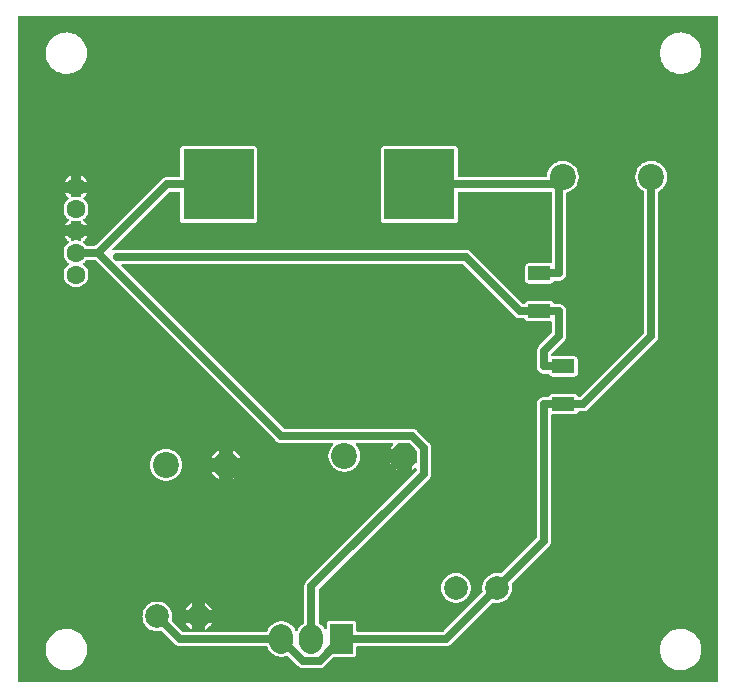
<source format=gtl>
G04 Layer: TopLayer*
G04 EasyEDA v6.4.20.6, 2021-07-19T19:11:35--4:00*
G04 e84b6f659e4c45e888895c734b18603a,91999b56e5bf4a9c8a3ad43c56598434,10*
G04 Gerber Generator version 0.2*
G04 Scale: 100 percent, Rotated: No, Reflected: No *
G04 Dimensions in millimeters *
G04 leading zeros omitted , absolute positions ,4 integer and 5 decimal *
%FSLAX45Y45*%
%MOMM*%

%ADD11C,0.7000*%
%ADD12C,0.6100*%
%ADD13R,1.9000X1.2000*%
%ADD14R,6.0000X6.0000*%
%ADD15C,2.2000*%
%ADD17C,1.6000*%
%ADD18C,2.0000*%

%LPD*%
G36*
X-103885Y673354D02*
G01*
X-107797Y674116D01*
X-111048Y676351D01*
X-113283Y679602D01*
X-114046Y683514D01*
X-114046Y6303975D01*
X-113283Y6307886D01*
X-111048Y6311188D01*
X-107797Y6313373D01*
X-103885Y6314135D01*
X5806186Y6314135D01*
X5810097Y6313373D01*
X5813348Y6311188D01*
X5815584Y6307886D01*
X5816346Y6303975D01*
X5816346Y683514D01*
X5815584Y679602D01*
X5813348Y676351D01*
X5810097Y674116D01*
X5806186Y673354D01*
G37*

%LPC*%
G36*
X304546Y774395D02*
G01*
X322529Y775817D01*
X340360Y779068D01*
X357682Y784098D01*
X374446Y790905D01*
X390398Y799439D01*
X405434Y809498D01*
X419303Y821080D01*
X431952Y834034D01*
X443128Y848207D01*
X452882Y863498D01*
X460959Y879652D01*
X467309Y896569D01*
X471932Y914095D01*
X474726Y931926D01*
X475640Y950010D01*
X474726Y968044D01*
X471932Y985926D01*
X467309Y1003401D01*
X460959Y1020318D01*
X452882Y1036523D01*
X443128Y1051763D01*
X431952Y1065936D01*
X419303Y1078890D01*
X405434Y1090472D01*
X390398Y1100582D01*
X374446Y1109065D01*
X357682Y1115872D01*
X340360Y1120952D01*
X322529Y1124204D01*
X304546Y1125575D01*
X286461Y1125118D01*
X268528Y1122781D01*
X250901Y1118666D01*
X233832Y1112723D01*
X217474Y1105052D01*
X201930Y1095705D01*
X187502Y1084884D01*
X174193Y1072591D01*
X162255Y1059027D01*
X151790Y1044244D01*
X142900Y1028547D01*
X135636Y1011936D01*
X130149Y994714D01*
X126441Y977036D01*
X124612Y959053D01*
X124612Y940968D01*
X126441Y922985D01*
X130149Y905256D01*
X135636Y888034D01*
X142900Y871474D01*
X151790Y855726D01*
X162255Y840994D01*
X174193Y827430D01*
X187502Y815136D01*
X201930Y804265D01*
X217474Y794969D01*
X233832Y787298D01*
X250901Y781354D01*
X268528Y777189D01*
X286461Y774903D01*
G37*
G36*
X5504535Y774395D02*
G01*
X5522569Y775817D01*
X5540349Y779068D01*
X5557723Y784098D01*
X5574436Y790905D01*
X5590438Y799439D01*
X5605424Y809498D01*
X5619292Y821080D01*
X5631942Y834034D01*
X5643168Y848207D01*
X5652871Y863498D01*
X5660948Y879652D01*
X5667298Y896569D01*
X5671921Y914095D01*
X5674715Y931926D01*
X5675630Y950010D01*
X5674715Y968044D01*
X5671921Y985926D01*
X5667298Y1003401D01*
X5660948Y1020318D01*
X5652871Y1036523D01*
X5643168Y1051763D01*
X5631942Y1065936D01*
X5619292Y1078890D01*
X5605424Y1090472D01*
X5590438Y1100582D01*
X5574436Y1109065D01*
X5557723Y1115872D01*
X5540349Y1120952D01*
X5522569Y1124204D01*
X5504535Y1125575D01*
X5486450Y1125118D01*
X5468518Y1122781D01*
X5450890Y1118666D01*
X5433822Y1112723D01*
X5417464Y1105052D01*
X5401970Y1095705D01*
X5387492Y1084884D01*
X5374233Y1072591D01*
X5362295Y1059027D01*
X5351780Y1044244D01*
X5342890Y1028547D01*
X5335625Y1011936D01*
X5330139Y994714D01*
X5326430Y977036D01*
X5324602Y959053D01*
X5324602Y940968D01*
X5326430Y922985D01*
X5330139Y905256D01*
X5335625Y888034D01*
X5342890Y871474D01*
X5351780Y855726D01*
X5362295Y840994D01*
X5374233Y827430D01*
X5387492Y815136D01*
X5401970Y804265D01*
X5417464Y794969D01*
X5433822Y787298D01*
X5450890Y781354D01*
X5468518Y777189D01*
X5486450Y774903D01*
G37*
G36*
X2307132Y794816D02*
G01*
X2442667Y794816D01*
X2450693Y795324D01*
X2460498Y797407D01*
X2462479Y798017D01*
X2469794Y801065D01*
X2471674Y802030D01*
X2480056Y807466D01*
X2486101Y812800D01*
X2561031Y887780D01*
X2564333Y889965D01*
X2568244Y890727D01*
X2728315Y890727D01*
X2734614Y891438D01*
X2739999Y893368D01*
X2744876Y896416D01*
X2748889Y900430D01*
X2751937Y905306D01*
X2753868Y910691D01*
X2754579Y916990D01*
X2754579Y970584D01*
X2755341Y974496D01*
X2757525Y977747D01*
X2760827Y979982D01*
X2764688Y980744D01*
X3514801Y980744D01*
X3522827Y981252D01*
X3532632Y983335D01*
X3534613Y983945D01*
X3541928Y986993D01*
X3543808Y987958D01*
X3552190Y993394D01*
X3558235Y998728D01*
X3907891Y1348384D01*
X3910533Y1350314D01*
X3913632Y1351280D01*
X3916883Y1351229D01*
X3931767Y1348486D01*
X3946906Y1347571D01*
X3962044Y1348486D01*
X3976979Y1351229D01*
X3991457Y1355750D01*
X4005275Y1361948D01*
X4018279Y1369822D01*
X4030218Y1379169D01*
X4040936Y1389888D01*
X4050284Y1401826D01*
X4058158Y1414830D01*
X4064355Y1428648D01*
X4068876Y1443126D01*
X4071620Y1458061D01*
X4072534Y1473200D01*
X4071620Y1488338D01*
X4068876Y1503222D01*
X4068826Y1506474D01*
X4069791Y1509572D01*
X4071721Y1512214D01*
X4386072Y1826564D01*
X4391406Y1832610D01*
X4396841Y1840992D01*
X4397806Y1842871D01*
X4400854Y1850186D01*
X4403242Y1859940D01*
X4403547Y1861972D01*
X4404055Y1869998D01*
X4404055Y2931871D01*
X4404817Y2935782D01*
X4407052Y2939084D01*
X4410303Y2941269D01*
X4414215Y2942031D01*
X4602937Y2942031D01*
X4609185Y2942742D01*
X4614621Y2944622D01*
X4619447Y2947720D01*
X4623511Y2951734D01*
X4626559Y2956610D01*
X4627829Y2960217D01*
X4629962Y2963773D01*
X4633366Y2966161D01*
X4637430Y2967024D01*
X4673295Y2967024D01*
X4681321Y2967532D01*
X4691126Y2969615D01*
X4693107Y2970225D01*
X4700422Y2973273D01*
X4702302Y2974238D01*
X4710684Y2979674D01*
X4716729Y2985008D01*
X5294376Y3562654D01*
X5299710Y3568700D01*
X5305145Y3577082D01*
X5306110Y3578961D01*
X5309158Y3586276D01*
X5311546Y3596030D01*
X5311851Y3598062D01*
X5312359Y3606088D01*
X5312359Y4825746D01*
X5312968Y4829200D01*
X5314746Y4832299D01*
X5317439Y4834534D01*
X5326329Y4839665D01*
X5338978Y4849114D01*
X5350459Y4859934D01*
X5360568Y4872024D01*
X5369255Y4885182D01*
X5376316Y4899253D01*
X5381752Y4914087D01*
X5385358Y4929428D01*
X5387187Y4945126D01*
X5387187Y4960874D01*
X5385358Y4976571D01*
X5381752Y4991912D01*
X5376316Y5006746D01*
X5369255Y5020818D01*
X5360568Y5033975D01*
X5350459Y5046065D01*
X5338978Y5056886D01*
X5326329Y5066334D01*
X5312664Y5074208D01*
X5298186Y5080457D01*
X5283098Y5084978D01*
X5267553Y5087721D01*
X5251805Y5088636D01*
X5236057Y5087721D01*
X5220512Y5084978D01*
X5205425Y5080457D01*
X5190947Y5074208D01*
X5177282Y5066334D01*
X5164632Y5056886D01*
X5153152Y5046065D01*
X5142992Y5033975D01*
X5134356Y5020818D01*
X5127244Y5006746D01*
X5121859Y4991912D01*
X5118201Y4976571D01*
X5116372Y4960874D01*
X5116372Y4945126D01*
X5118201Y4929428D01*
X5121859Y4914087D01*
X5127244Y4899253D01*
X5134356Y4885182D01*
X5142992Y4872024D01*
X5153152Y4859934D01*
X5164632Y4849114D01*
X5177282Y4839665D01*
X5185968Y4834636D01*
X5188661Y4832400D01*
X5190439Y4829302D01*
X5191048Y4825847D01*
X5191048Y3635095D01*
X5190286Y3631234D01*
X5188051Y3627932D01*
X4651451Y3091332D01*
X4648149Y3089097D01*
X4644288Y3088335D01*
X4637430Y3088335D01*
X4633366Y3089198D01*
X4629962Y3091586D01*
X4627829Y3095142D01*
X4626559Y3098800D01*
X4623511Y3103676D01*
X4619447Y3107690D01*
X4614621Y3110738D01*
X4609185Y3112668D01*
X4602937Y3113379D01*
X4414062Y3113379D01*
X4407814Y3112668D01*
X4402378Y3110738D01*
X4397552Y3107690D01*
X4393488Y3103676D01*
X4390440Y3098800D01*
X4389170Y3095142D01*
X4387037Y3091586D01*
X4383633Y3089198D01*
X4379569Y3088335D01*
X4343603Y3088335D01*
X4338370Y3088132D01*
X4333443Y3087522D01*
X4328515Y3086455D01*
X4323689Y3085033D01*
X4319016Y3083204D01*
X4314545Y3081020D01*
X4310227Y3078429D01*
X4306163Y3075533D01*
X4302302Y3072282D01*
X4298797Y3068777D01*
X4295546Y3064916D01*
X4292650Y3060852D01*
X4290060Y3056534D01*
X4287875Y3052064D01*
X4286046Y3047390D01*
X4284624Y3042564D01*
X4283557Y3037636D01*
X4282948Y3032709D01*
X4282744Y3027476D01*
X4282744Y1899005D01*
X4281982Y1895144D01*
X4279747Y1891842D01*
X3985920Y1598015D01*
X3983278Y1596085D01*
X3980179Y1595120D01*
X3976928Y1595170D01*
X3962044Y1597914D01*
X3946906Y1598828D01*
X3931767Y1597914D01*
X3916832Y1595170D01*
X3902354Y1590649D01*
X3888536Y1584452D01*
X3875532Y1576578D01*
X3863594Y1567230D01*
X3852875Y1556512D01*
X3843528Y1544574D01*
X3835654Y1531569D01*
X3829405Y1517751D01*
X3824935Y1503273D01*
X3822192Y1488338D01*
X3821277Y1473200D01*
X3822192Y1458061D01*
X3824884Y1443177D01*
X3824986Y1439926D01*
X3824020Y1436827D01*
X3822090Y1434185D01*
X3492957Y1105052D01*
X3489655Y1102817D01*
X3485794Y1102055D01*
X2764688Y1102055D01*
X2760827Y1102817D01*
X2757525Y1105052D01*
X2755341Y1108303D01*
X2754579Y1112215D01*
X2754579Y1165809D01*
X2753868Y1172108D01*
X2751937Y1177493D01*
X2748889Y1182370D01*
X2744876Y1186383D01*
X2739999Y1189431D01*
X2734614Y1191361D01*
X2728315Y1192072D01*
X2529484Y1192072D01*
X2523185Y1191361D01*
X2517800Y1189431D01*
X2512923Y1186383D01*
X2508910Y1182370D01*
X2505862Y1177493D01*
X2503932Y1172108D01*
X2503271Y1165809D01*
X2503271Y1132941D01*
X2502306Y1128674D01*
X2499664Y1125220D01*
X2495804Y1123137D01*
X2491435Y1122934D01*
X2487422Y1124508D01*
X2484374Y1127709D01*
X2478278Y1137767D01*
X2468930Y1149705D01*
X2458212Y1160424D01*
X2446274Y1169771D01*
X2440482Y1173327D01*
X2437841Y1175562D01*
X2436164Y1178610D01*
X2435555Y1182014D01*
X2435555Y1457096D01*
X2436317Y1460957D01*
X2438552Y1464259D01*
X3370072Y2395778D01*
X3375406Y2401824D01*
X3380841Y2410206D01*
X3381806Y2412085D01*
X3384854Y2419400D01*
X3387242Y2429154D01*
X3387547Y2431186D01*
X3388055Y2439212D01*
X3388055Y2659583D01*
X3387547Y2667609D01*
X3385464Y2677414D01*
X3384854Y2679395D01*
X3381806Y2686710D01*
X3380841Y2688590D01*
X3375406Y2696972D01*
X3370072Y2703017D01*
X3270199Y2802890D01*
X3264153Y2808224D01*
X3255772Y2813659D01*
X3253892Y2814624D01*
X3246577Y2817672D01*
X3236823Y2820060D01*
X3234791Y2820365D01*
X3226765Y2820873D01*
X2149449Y2820873D01*
X2145588Y2821635D01*
X2142286Y2823870D01*
X768299Y4197858D01*
X766114Y4201109D01*
X765302Y4205020D01*
X766114Y4208932D01*
X768299Y4212183D01*
X771601Y4214418D01*
X775462Y4215180D01*
X3650132Y4215180D01*
X3653993Y4214418D01*
X3657295Y4212183D01*
X4097070Y3772408D01*
X4103115Y3767074D01*
X4111498Y3761638D01*
X4113377Y3760673D01*
X4120692Y3757625D01*
X4130446Y3755237D01*
X4132478Y3754932D01*
X4140504Y3754424D01*
X4176369Y3754424D01*
X4180433Y3753561D01*
X4183837Y3751173D01*
X4185970Y3747617D01*
X4187240Y3744010D01*
X4190288Y3739134D01*
X4194352Y3735120D01*
X4199178Y3732022D01*
X4204614Y3730142D01*
X4210862Y3729431D01*
X4399584Y3729431D01*
X4403496Y3728669D01*
X4406747Y3726484D01*
X4408982Y3723182D01*
X4409744Y3719271D01*
X4409744Y3634079D01*
X4408982Y3630218D01*
X4406747Y3626916D01*
X4300728Y3520897D01*
X4295394Y3514851D01*
X4289958Y3506470D01*
X4288993Y3504590D01*
X4285945Y3497275D01*
X4283557Y3487521D01*
X4283252Y3485489D01*
X4282744Y3477463D01*
X4282744Y3347923D01*
X4282948Y3342690D01*
X4283557Y3337763D01*
X4284624Y3332835D01*
X4286046Y3328009D01*
X4287875Y3323336D01*
X4290060Y3318865D01*
X4292650Y3314547D01*
X4295546Y3310483D01*
X4298797Y3306622D01*
X4302302Y3303117D01*
X4306163Y3299866D01*
X4310227Y3296970D01*
X4314545Y3294379D01*
X4319016Y3292195D01*
X4323689Y3290366D01*
X4328515Y3288944D01*
X4333443Y3287877D01*
X4338370Y3287268D01*
X4343603Y3287064D01*
X4379569Y3287064D01*
X4383633Y3286201D01*
X4387037Y3283813D01*
X4389170Y3280257D01*
X4390440Y3276600D01*
X4393488Y3271774D01*
X4397552Y3267710D01*
X4402378Y3264662D01*
X4407814Y3262782D01*
X4414062Y3262071D01*
X4602937Y3262071D01*
X4609185Y3262782D01*
X4614621Y3264662D01*
X4619447Y3267710D01*
X4623511Y3271774D01*
X4626559Y3276600D01*
X4628438Y3282035D01*
X4629150Y3288284D01*
X4629150Y3407156D01*
X4628438Y3413404D01*
X4626559Y3418789D01*
X4623511Y3423665D01*
X4619447Y3427729D01*
X4614621Y3430778D01*
X4609185Y3432657D01*
X4602937Y3433368D01*
X4414215Y3433368D01*
X4410303Y3434130D01*
X4407052Y3436315D01*
X4404817Y3439617D01*
X4404055Y3443528D01*
X4404055Y3448456D01*
X4404817Y3452317D01*
X4407052Y3455619D01*
X4513072Y3561638D01*
X4518406Y3567684D01*
X4523841Y3576065D01*
X4524806Y3577945D01*
X4527854Y3585260D01*
X4530242Y3595014D01*
X4530547Y3597046D01*
X4531055Y3605072D01*
X4531055Y3814876D01*
X4530852Y3820109D01*
X4530242Y3825036D01*
X4529175Y3829964D01*
X4527753Y3834790D01*
X4525924Y3839464D01*
X4523740Y3843934D01*
X4521149Y3848252D01*
X4518253Y3852316D01*
X4515002Y3856177D01*
X4511497Y3859682D01*
X4507636Y3862933D01*
X4503572Y3865829D01*
X4499254Y3868420D01*
X4494784Y3870604D01*
X4490110Y3872433D01*
X4485284Y3873855D01*
X4480356Y3874922D01*
X4475429Y3875532D01*
X4470196Y3875735D01*
X4434230Y3875735D01*
X4430166Y3876598D01*
X4426762Y3878986D01*
X4424629Y3882542D01*
X4423359Y3886200D01*
X4420311Y3891076D01*
X4416247Y3895090D01*
X4411421Y3898137D01*
X4405985Y3900068D01*
X4399737Y3900779D01*
X4210862Y3900779D01*
X4204614Y3900068D01*
X4199178Y3898137D01*
X4194352Y3895090D01*
X4190288Y3891076D01*
X4187240Y3886200D01*
X4185970Y3882542D01*
X4183837Y3878986D01*
X4180433Y3876598D01*
X4176369Y3875735D01*
X4169511Y3875735D01*
X4165650Y3876497D01*
X4162348Y3878732D01*
X3722573Y4318508D01*
X3716528Y4323842D01*
X3708146Y4329277D01*
X3706266Y4330242D01*
X3698951Y4333290D01*
X3689197Y4335678D01*
X3687165Y4335983D01*
X3679139Y4336491D01*
X727100Y4336491D01*
X716737Y4335627D01*
X707034Y4333189D01*
X703986Y4331868D01*
X700074Y4331004D01*
X696163Y4331716D01*
X692810Y4333900D01*
X690575Y4337202D01*
X689762Y4341114D01*
X690524Y4345025D01*
X692708Y4348327D01*
X1170482Y4825847D01*
X1173784Y4828082D01*
X1177645Y4828844D01*
X1252575Y4828844D01*
X1256487Y4828082D01*
X1259789Y4825847D01*
X1261973Y4822596D01*
X1262735Y4818684D01*
X1262735Y4590084D01*
X1263446Y4583785D01*
X1265326Y4578400D01*
X1268374Y4573524D01*
X1272438Y4569510D01*
X1277315Y4566462D01*
X1282700Y4564532D01*
X1288948Y4563821D01*
X1887829Y4563821D01*
X1894078Y4564532D01*
X1899513Y4566462D01*
X1904339Y4569510D01*
X1908403Y4573524D01*
X1911451Y4578400D01*
X1913331Y4583785D01*
X1914042Y4590084D01*
X1914042Y5188915D01*
X1913331Y5195214D01*
X1911451Y5200599D01*
X1908403Y5205476D01*
X1904339Y5209489D01*
X1899513Y5212537D01*
X1894078Y5214467D01*
X1887829Y5215128D01*
X1288948Y5215128D01*
X1282700Y5214467D01*
X1277315Y5212537D01*
X1272438Y5209489D01*
X1268374Y5205476D01*
X1265326Y5200599D01*
X1263446Y5195214D01*
X1262735Y5188915D01*
X1262735Y4960315D01*
X1261973Y4956403D01*
X1259789Y4953152D01*
X1256487Y4950917D01*
X1252575Y4950155D01*
X1148638Y4950155D01*
X1140663Y4949647D01*
X1138580Y4949342D01*
X1130858Y4947564D01*
X1121511Y4943906D01*
X1119632Y4942941D01*
X1111250Y4937506D01*
X1105255Y4932172D01*
X547319Y4374540D01*
X544017Y4372305D01*
X540156Y4371543D01*
X472541Y4371543D01*
X468325Y4372457D01*
X464870Y4374997D01*
X455676Y4385513D01*
X444804Y4395063D01*
X442264Y4398467D01*
X441350Y4403902D01*
X442264Y4408119D01*
X444804Y4411573D01*
X455676Y4421124D01*
X464820Y4431487D01*
X472490Y4442968D01*
X475691Y4449470D01*
X427329Y4449470D01*
X427329Y4420565D01*
X426618Y4416806D01*
X424535Y4413554D01*
X421436Y4411319D01*
X417728Y4410405D01*
X413918Y4410913D01*
X408330Y4412843D01*
X394766Y4415536D01*
X381000Y4416450D01*
X367233Y4415536D01*
X353669Y4412843D01*
X348081Y4410913D01*
X344271Y4410405D01*
X340563Y4411319D01*
X337464Y4413554D01*
X335381Y4416806D01*
X334670Y4420565D01*
X334670Y4449470D01*
X286308Y4449470D01*
X289509Y4442968D01*
X297180Y4431487D01*
X306324Y4421124D01*
X317195Y4411573D01*
X319735Y4408119D01*
X320649Y4402683D01*
X319735Y4398467D01*
X317195Y4395063D01*
X306324Y4385513D01*
X297180Y4375099D01*
X289509Y4363618D01*
X283413Y4351223D01*
X278942Y4338116D01*
X276250Y4324604D01*
X275386Y4310786D01*
X276250Y4297019D01*
X278942Y4283456D01*
X283413Y4270400D01*
X289509Y4258005D01*
X297180Y4246473D01*
X306324Y4236110D01*
X317195Y4226560D01*
X319735Y4223105D01*
X320649Y4217670D01*
X319735Y4213504D01*
X317195Y4210050D01*
X306324Y4200499D01*
X297180Y4190085D01*
X289509Y4178604D01*
X283413Y4166209D01*
X278942Y4153154D01*
X276250Y4139590D01*
X275386Y4125823D01*
X276250Y4112006D01*
X278942Y4098442D01*
X283413Y4085386D01*
X289509Y4072991D01*
X297180Y4061510D01*
X306324Y4051096D01*
X316687Y4042003D01*
X328168Y4034332D01*
X340563Y4028186D01*
X353669Y4023766D01*
X367233Y4021074D01*
X381000Y4020159D01*
X394766Y4021074D01*
X408330Y4023766D01*
X421436Y4028186D01*
X433832Y4034332D01*
X445312Y4042003D01*
X455676Y4051096D01*
X464820Y4061510D01*
X472490Y4072991D01*
X478586Y4085386D01*
X483057Y4098442D01*
X485749Y4112006D01*
X486613Y4125823D01*
X485749Y4139590D01*
X483057Y4153154D01*
X478586Y4166209D01*
X472490Y4178604D01*
X464820Y4190085D01*
X455676Y4200499D01*
X444804Y4210050D01*
X442264Y4213504D01*
X441350Y4218940D01*
X442264Y4223105D01*
X444804Y4226560D01*
X455676Y4236110D01*
X465023Y4246778D01*
X468477Y4249318D01*
X472693Y4250232D01*
X540156Y4250232D01*
X544017Y4249470D01*
X547319Y4247235D01*
X2077008Y2717546D01*
X2083054Y2712212D01*
X2091436Y2706776D01*
X2093315Y2705811D01*
X2100630Y2702763D01*
X2110384Y2700375D01*
X2112416Y2700070D01*
X2120442Y2699562D01*
X2547010Y2699562D01*
X2550769Y2698851D01*
X2553970Y2696768D01*
X2556205Y2693720D01*
X2557170Y2690012D01*
X2556662Y2686202D01*
X2554782Y2682849D01*
X2545486Y2671775D01*
X2536850Y2658618D01*
X2529738Y2644546D01*
X2524353Y2629712D01*
X2520746Y2614371D01*
X2518918Y2598674D01*
X2518918Y2582926D01*
X2520746Y2567228D01*
X2524353Y2551887D01*
X2529738Y2537053D01*
X2536850Y2522982D01*
X2545486Y2509824D01*
X2555646Y2497734D01*
X2567127Y2486914D01*
X2579776Y2477465D01*
X2593441Y2469591D01*
X2607919Y2463342D01*
X2623007Y2458821D01*
X2638552Y2456078D01*
X2654300Y2455164D01*
X2670048Y2456078D01*
X2685592Y2458821D01*
X2700680Y2463342D01*
X2715158Y2469591D01*
X2728823Y2477465D01*
X2741472Y2486914D01*
X2752953Y2497734D01*
X2763113Y2509824D01*
X2771749Y2522982D01*
X2778861Y2537053D01*
X2784246Y2551887D01*
X2787853Y2567228D01*
X2789682Y2582926D01*
X2789682Y2598674D01*
X2787853Y2614371D01*
X2784246Y2629712D01*
X2778861Y2644546D01*
X2771749Y2658618D01*
X2763113Y2671775D01*
X2753817Y2682849D01*
X2751937Y2686202D01*
X2751429Y2690012D01*
X2752394Y2693720D01*
X2754630Y2696768D01*
X2757830Y2698851D01*
X2761589Y2699562D01*
X3055010Y2699562D01*
X3058769Y2698851D01*
X3061970Y2696768D01*
X3064205Y2693720D01*
X3065170Y2690012D01*
X3064662Y2686202D01*
X3062782Y2682849D01*
X3053486Y2671775D01*
X3044850Y2658618D01*
X3041599Y2652166D01*
X3100933Y2652166D01*
X3100933Y2689402D01*
X3101746Y2693314D01*
X3103930Y2696565D01*
X3107232Y2698800D01*
X3111093Y2699562D01*
X3197758Y2699562D01*
X3201619Y2698800D01*
X3204921Y2696565D01*
X3220669Y2680817D01*
X3222853Y2677515D01*
X3223666Y2673654D01*
X3223666Y2652166D01*
X3245154Y2652166D01*
X3249015Y2651353D01*
X3252317Y2649169D01*
X3263747Y2637739D01*
X3265982Y2634437D01*
X3266744Y2630576D01*
X3266744Y2539593D01*
X3265982Y2535732D01*
X3263747Y2532430D01*
X3260496Y2530246D01*
X3256584Y2529433D01*
X3223666Y2529433D01*
X3223666Y2469845D01*
X3236823Y2477465D01*
X3249625Y2487015D01*
X3252927Y2489098D01*
X3256788Y2489809D01*
X3260598Y2488946D01*
X3263849Y2486761D01*
X3265982Y2483459D01*
X3266744Y2479649D01*
X3266744Y2468219D01*
X3265982Y2464358D01*
X3263747Y2461056D01*
X2332228Y1529537D01*
X2326894Y1523492D01*
X2321458Y1515110D01*
X2320493Y1513230D01*
X2317445Y1505915D01*
X2315057Y1496161D01*
X2314752Y1494129D01*
X2314244Y1486103D01*
X2314244Y1182014D01*
X2313635Y1178610D01*
X2311958Y1175562D01*
X2309317Y1173327D01*
X2303526Y1169771D01*
X2291588Y1160424D01*
X2280869Y1149705D01*
X2271522Y1137767D01*
X2263648Y1124762D01*
X2257145Y1110386D01*
X2254910Y1107236D01*
X2251659Y1105154D01*
X2247900Y1104392D01*
X2244090Y1105154D01*
X2240838Y1107236D01*
X2238603Y1110386D01*
X2232152Y1124762D01*
X2224278Y1137767D01*
X2214930Y1149705D01*
X2204212Y1160424D01*
X2192274Y1169771D01*
X2179269Y1177645D01*
X2165451Y1183894D01*
X2150973Y1188364D01*
X2136038Y1191107D01*
X2120900Y1192022D01*
X2105761Y1191107D01*
X2090826Y1188364D01*
X2076348Y1183894D01*
X2062530Y1177645D01*
X2049525Y1169771D01*
X2037588Y1160424D01*
X2026869Y1149705D01*
X2017522Y1137767D01*
X2009648Y1124762D01*
X2003450Y1110945D01*
X2002891Y1109167D01*
X2000808Y1105458D01*
X1997354Y1102969D01*
X1993188Y1102055D01*
X1483664Y1102055D01*
X1479397Y1102969D01*
X1475943Y1105611D01*
X1474774Y1107744D01*
X1472996Y1105052D01*
X1469694Y1102817D01*
X1465783Y1102055D01*
X1373428Y1102055D01*
X1369517Y1102817D01*
X1366215Y1105052D01*
X1364386Y1107744D01*
X1363268Y1105611D01*
X1359814Y1102969D01*
X1355547Y1102055D01*
X1289405Y1102055D01*
X1285544Y1102817D01*
X1282242Y1105052D01*
X1194409Y1192885D01*
X1192479Y1195527D01*
X1191514Y1198626D01*
X1191615Y1201877D01*
X1194308Y1216761D01*
X1195222Y1231900D01*
X1194308Y1247038D01*
X1191564Y1261973D01*
X1187094Y1276451D01*
X1180846Y1290269D01*
X1172972Y1303274D01*
X1163624Y1315212D01*
X1152906Y1325930D01*
X1140968Y1335278D01*
X1127963Y1343152D01*
X1114145Y1349349D01*
X1099667Y1353870D01*
X1084732Y1356614D01*
X1069594Y1357528D01*
X1054455Y1356614D01*
X1039520Y1353870D01*
X1025042Y1349349D01*
X1011224Y1343152D01*
X998219Y1335278D01*
X986282Y1325930D01*
X975563Y1315212D01*
X966216Y1303274D01*
X958342Y1290269D01*
X952144Y1276451D01*
X947623Y1261973D01*
X944880Y1247038D01*
X943965Y1231900D01*
X944880Y1216761D01*
X947623Y1201826D01*
X952144Y1187348D01*
X958342Y1173530D01*
X966216Y1160526D01*
X975563Y1148588D01*
X986282Y1137869D01*
X998219Y1128522D01*
X1011224Y1120648D01*
X1025042Y1114450D01*
X1039520Y1109929D01*
X1054455Y1107186D01*
X1069594Y1106271D01*
X1084732Y1107186D01*
X1099616Y1109929D01*
X1102868Y1109980D01*
X1105966Y1109014D01*
X1108608Y1107084D01*
X1216964Y998728D01*
X1223010Y993394D01*
X1231392Y987958D01*
X1233271Y986993D01*
X1240586Y983945D01*
X1250340Y981557D01*
X1252372Y981252D01*
X1260398Y980744D01*
X1993188Y980744D01*
X1997354Y979830D01*
X2000808Y977341D01*
X2002891Y973632D01*
X2003450Y971854D01*
X2009648Y958037D01*
X2017522Y945032D01*
X2026869Y933094D01*
X2037588Y922375D01*
X2049525Y913028D01*
X2062530Y905154D01*
X2076348Y898906D01*
X2090826Y894435D01*
X2105761Y891692D01*
X2120900Y890778D01*
X2136038Y891692D01*
X2150973Y894435D01*
X2165451Y898906D01*
X2167432Y899820D01*
X2171395Y900734D01*
X2175408Y899972D01*
X2178761Y897737D01*
X2263698Y812800D01*
X2269744Y807466D01*
X2278126Y802030D01*
X2280005Y801065D01*
X2287320Y798017D01*
X2297074Y795629D01*
X2299106Y795324D01*
G37*
G36*
X1475943Y1118565D02*
G01*
X1478381Y1120902D01*
X1490980Y1128522D01*
X1502918Y1137869D01*
X1513636Y1148588D01*
X1522984Y1160526D01*
X1530858Y1173530D01*
X1531772Y1175562D01*
X1475943Y1175562D01*
G37*
G36*
X1363268Y1118565D02*
G01*
X1363268Y1175562D01*
X1307439Y1175562D01*
X1308354Y1173530D01*
X1316228Y1160526D01*
X1325575Y1148588D01*
X1336294Y1137869D01*
X1348232Y1128522D01*
X1360779Y1120902D01*
G37*
G36*
X1475943Y1288237D02*
G01*
X1531772Y1288237D01*
X1530858Y1290269D01*
X1522984Y1303274D01*
X1513636Y1315212D01*
X1502918Y1325930D01*
X1490980Y1335278D01*
X1477975Y1343152D01*
X1475943Y1344066D01*
G37*
G36*
X1307439Y1288237D02*
G01*
X1363268Y1288237D01*
X1363268Y1344066D01*
X1361236Y1343152D01*
X1348232Y1335278D01*
X1336294Y1325930D01*
X1325575Y1315212D01*
X1316228Y1303274D01*
X1308354Y1290269D01*
G37*
G36*
X3596894Y1347571D02*
G01*
X3612032Y1348486D01*
X3626967Y1351229D01*
X3641445Y1355750D01*
X3655263Y1361948D01*
X3668268Y1369822D01*
X3680206Y1379169D01*
X3690924Y1389888D01*
X3700272Y1401826D01*
X3708146Y1414830D01*
X3714394Y1428648D01*
X3718864Y1443126D01*
X3721608Y1458061D01*
X3722522Y1473200D01*
X3721608Y1488338D01*
X3718864Y1503273D01*
X3714394Y1517751D01*
X3708146Y1531569D01*
X3700272Y1544574D01*
X3690924Y1556512D01*
X3680206Y1567230D01*
X3668268Y1576578D01*
X3655263Y1584452D01*
X3641445Y1590649D01*
X3626967Y1595170D01*
X3612032Y1597914D01*
X3596894Y1598828D01*
X3581755Y1597914D01*
X3566820Y1595170D01*
X3552342Y1590649D01*
X3538524Y1584452D01*
X3525520Y1576578D01*
X3513582Y1567230D01*
X3502863Y1556512D01*
X3493515Y1544574D01*
X3485642Y1531569D01*
X3479444Y1517751D01*
X3474923Y1503273D01*
X3472179Y1488338D01*
X3471265Y1473200D01*
X3472179Y1458061D01*
X3474923Y1443126D01*
X3479444Y1428648D01*
X3485642Y1414830D01*
X3493515Y1401826D01*
X3502863Y1389888D01*
X3513582Y1379169D01*
X3525520Y1369822D01*
X3538524Y1361948D01*
X3552342Y1355750D01*
X3566820Y1351229D01*
X3581755Y1348486D01*
G37*
G36*
X1143000Y2378964D02*
G01*
X1158748Y2379878D01*
X1174292Y2382621D01*
X1189380Y2387142D01*
X1203858Y2393391D01*
X1217523Y2401265D01*
X1230172Y2410714D01*
X1241653Y2421534D01*
X1251813Y2433624D01*
X1260449Y2446782D01*
X1267561Y2460853D01*
X1272946Y2475687D01*
X1276553Y2491028D01*
X1278382Y2506726D01*
X1278382Y2522474D01*
X1276553Y2538171D01*
X1272946Y2553512D01*
X1267561Y2568346D01*
X1260449Y2582418D01*
X1251813Y2595575D01*
X1241653Y2607665D01*
X1230172Y2618486D01*
X1217523Y2627934D01*
X1203858Y2635808D01*
X1189380Y2642057D01*
X1174292Y2646578D01*
X1158748Y2649321D01*
X1143000Y2650236D01*
X1127252Y2649321D01*
X1111707Y2646578D01*
X1096619Y2642057D01*
X1082141Y2635808D01*
X1068476Y2627934D01*
X1055827Y2618486D01*
X1044346Y2607665D01*
X1034186Y2595575D01*
X1025550Y2582418D01*
X1018438Y2568346D01*
X1013053Y2553512D01*
X1009446Y2538171D01*
X1007618Y2522474D01*
X1007618Y2506726D01*
X1009446Y2491028D01*
X1013053Y2475687D01*
X1018438Y2460853D01*
X1025550Y2446782D01*
X1034186Y2433624D01*
X1044346Y2421534D01*
X1055827Y2410714D01*
X1068476Y2401265D01*
X1082141Y2393391D01*
X1096619Y2387142D01*
X1111707Y2382621D01*
X1127252Y2379878D01*
G37*
G36*
X1589633Y2393645D02*
G01*
X1589633Y2453233D01*
X1530299Y2453233D01*
X1533550Y2446782D01*
X1542186Y2433624D01*
X1552346Y2421534D01*
X1563827Y2410714D01*
X1576476Y2401265D01*
G37*
G36*
X1712366Y2393645D02*
G01*
X1725523Y2401265D01*
X1738172Y2410714D01*
X1749653Y2421534D01*
X1759813Y2433624D01*
X1768449Y2446782D01*
X1771700Y2453233D01*
X1712366Y2453233D01*
G37*
G36*
X3100933Y2469845D02*
G01*
X3100933Y2529433D01*
X3041599Y2529433D01*
X3044850Y2522982D01*
X3053486Y2509824D01*
X3063646Y2497734D01*
X3075127Y2486914D01*
X3087776Y2477465D01*
G37*
G36*
X1712366Y2575966D02*
G01*
X1771700Y2575966D01*
X1768449Y2582418D01*
X1759813Y2595575D01*
X1749653Y2607665D01*
X1738172Y2618486D01*
X1725523Y2627934D01*
X1712366Y2635554D01*
G37*
G36*
X1530299Y2575966D02*
G01*
X1589633Y2575966D01*
X1589633Y2635554D01*
X1576476Y2627934D01*
X1563827Y2618486D01*
X1552346Y2607665D01*
X1542186Y2595575D01*
X1533550Y2582418D01*
G37*
G36*
X4210862Y4049471D02*
G01*
X4399737Y4049471D01*
X4405985Y4050182D01*
X4411421Y4052062D01*
X4416247Y4055110D01*
X4420311Y4059174D01*
X4423359Y4064000D01*
X4424629Y4067657D01*
X4426762Y4071213D01*
X4430166Y4073601D01*
X4434230Y4074464D01*
X4470196Y4074464D01*
X4475429Y4074668D01*
X4480356Y4075277D01*
X4485284Y4076344D01*
X4490110Y4077766D01*
X4494784Y4079595D01*
X4499254Y4081779D01*
X4503572Y4084370D01*
X4507636Y4087266D01*
X4511497Y4090517D01*
X4515002Y4094022D01*
X4518253Y4097883D01*
X4521149Y4101947D01*
X4523740Y4106265D01*
X4525924Y4110736D01*
X4527753Y4115409D01*
X4529175Y4120235D01*
X4530242Y4125163D01*
X4530852Y4130090D01*
X4531055Y4135323D01*
X4531055Y4812842D01*
X4531969Y4817059D01*
X4534509Y4820513D01*
X4538319Y4822596D01*
X4548174Y4825542D01*
X4562652Y4831791D01*
X4576318Y4839665D01*
X4588967Y4849114D01*
X4600448Y4859934D01*
X4610608Y4872024D01*
X4619244Y4885182D01*
X4626356Y4899253D01*
X4631740Y4914087D01*
X4635398Y4929428D01*
X4637227Y4945126D01*
X4637227Y4960874D01*
X4635398Y4976571D01*
X4631740Y4991912D01*
X4626356Y5006746D01*
X4619244Y5020818D01*
X4610608Y5033975D01*
X4600448Y5046065D01*
X4588967Y5056886D01*
X4576318Y5066334D01*
X4562652Y5074208D01*
X4548174Y5080457D01*
X4533087Y5084978D01*
X4517542Y5087721D01*
X4501794Y5088636D01*
X4486046Y5087721D01*
X4470501Y5084978D01*
X4455414Y5080457D01*
X4440936Y5074208D01*
X4427270Y5066334D01*
X4414621Y5056886D01*
X4403140Y5046065D01*
X4392980Y5033975D01*
X4384344Y5020818D01*
X4377283Y5006746D01*
X4371848Y4991912D01*
X4368241Y4976571D01*
X4366412Y4960315D01*
X4365599Y4956403D01*
X4363415Y4953152D01*
X4360113Y4950917D01*
X4356252Y4950155D01*
X3624224Y4950155D01*
X3620312Y4950917D01*
X3617010Y4953152D01*
X3614826Y4956403D01*
X3614064Y4960315D01*
X3614064Y5188915D01*
X3613353Y5195214D01*
X3611473Y5200599D01*
X3608425Y5205476D01*
X3604361Y5209489D01*
X3599484Y5212537D01*
X3594100Y5214467D01*
X3587851Y5215128D01*
X2988970Y5215128D01*
X2982722Y5214467D01*
X2977286Y5212537D01*
X2972460Y5209489D01*
X2968396Y5205476D01*
X2965348Y5200599D01*
X2963468Y5195214D01*
X2962757Y5188915D01*
X2962757Y4590084D01*
X2963468Y4583785D01*
X2965348Y4578400D01*
X2968396Y4573524D01*
X2972460Y4569510D01*
X2977286Y4566462D01*
X2982722Y4564532D01*
X2988970Y4563821D01*
X3587851Y4563821D01*
X3594100Y4564532D01*
X3599484Y4566462D01*
X3604361Y4569510D01*
X3608425Y4573524D01*
X3611473Y4578400D01*
X3613353Y4583785D01*
X3614064Y4590084D01*
X3614064Y4818684D01*
X3614826Y4822596D01*
X3617010Y4825847D01*
X3620312Y4828082D01*
X3624224Y4828844D01*
X4399584Y4828844D01*
X4403496Y4828082D01*
X4406747Y4825847D01*
X4408982Y4822596D01*
X4409744Y4818684D01*
X4409744Y4230928D01*
X4408982Y4227017D01*
X4406747Y4223715D01*
X4403496Y4221530D01*
X4399584Y4220768D01*
X4210862Y4220768D01*
X4204614Y4220057D01*
X4199178Y4218178D01*
X4194352Y4215130D01*
X4190288Y4211066D01*
X4187240Y4206189D01*
X4185361Y4200804D01*
X4184650Y4194556D01*
X4184650Y4075684D01*
X4185361Y4069435D01*
X4187240Y4064000D01*
X4190288Y4059174D01*
X4194352Y4055110D01*
X4199178Y4052062D01*
X4204614Y4050182D01*
G37*
G36*
X286308Y4542129D02*
G01*
X334670Y4542129D01*
X334670Y4571034D01*
X335381Y4574794D01*
X337464Y4578045D01*
X340563Y4580280D01*
X344271Y4581194D01*
X348081Y4580686D01*
X353669Y4578756D01*
X367233Y4576064D01*
X381000Y4575149D01*
X394766Y4576064D01*
X408330Y4578756D01*
X413918Y4580686D01*
X417728Y4581194D01*
X421436Y4580280D01*
X424535Y4578045D01*
X426618Y4574794D01*
X427329Y4571034D01*
X427329Y4542129D01*
X475691Y4542129D01*
X472490Y4548632D01*
X464820Y4560112D01*
X455676Y4570476D01*
X444804Y4580026D01*
X442264Y4583480D01*
X441350Y4588916D01*
X442264Y4593132D01*
X444804Y4596536D01*
X455676Y4606086D01*
X464820Y4616500D01*
X472490Y4627981D01*
X478586Y4640376D01*
X483057Y4653483D01*
X485749Y4666996D01*
X486613Y4680813D01*
X485749Y4694580D01*
X483057Y4708144D01*
X478586Y4721199D01*
X472490Y4733594D01*
X464820Y4745126D01*
X455676Y4755489D01*
X444804Y4765040D01*
X442264Y4768494D01*
X441350Y4773930D01*
X442264Y4778095D01*
X444804Y4781550D01*
X455676Y4791100D01*
X464820Y4801514D01*
X472490Y4812995D01*
X475691Y4819446D01*
X427329Y4819446D01*
X427329Y4790541D01*
X426618Y4786782D01*
X424535Y4783582D01*
X421436Y4781346D01*
X417728Y4780432D01*
X413918Y4780940D01*
X408330Y4782820D01*
X394766Y4785512D01*
X381000Y4786426D01*
X367233Y4785512D01*
X353669Y4782820D01*
X348081Y4780940D01*
X344271Y4780432D01*
X340563Y4781346D01*
X337464Y4783582D01*
X335381Y4786782D01*
X334670Y4790541D01*
X334670Y4819446D01*
X286308Y4819446D01*
X289509Y4812995D01*
X297180Y4801514D01*
X306324Y4791100D01*
X317195Y4781550D01*
X319735Y4778095D01*
X320649Y4772660D01*
X319735Y4768494D01*
X317195Y4765040D01*
X306324Y4755489D01*
X297180Y4745126D01*
X289509Y4733594D01*
X283413Y4721199D01*
X278942Y4708144D01*
X276250Y4694580D01*
X275386Y4680813D01*
X276250Y4666996D01*
X278942Y4653483D01*
X283413Y4640376D01*
X289509Y4627981D01*
X297180Y4616500D01*
X306324Y4606086D01*
X317195Y4596536D01*
X319735Y4593132D01*
X320649Y4587697D01*
X319735Y4583480D01*
X317195Y4580026D01*
X306324Y4570476D01*
X297180Y4560112D01*
X289509Y4548632D01*
G37*
G36*
X286308Y4912156D02*
G01*
X334670Y4912156D01*
X334670Y4960467D01*
X328168Y4957267D01*
X316687Y4949596D01*
X306324Y4940503D01*
X297180Y4930089D01*
X289509Y4918608D01*
G37*
G36*
X427329Y4912156D02*
G01*
X475691Y4912156D01*
X472490Y4918608D01*
X464820Y4930089D01*
X455676Y4940503D01*
X445312Y4949596D01*
X433832Y4957267D01*
X427329Y4960467D01*
G37*
G36*
X304546Y5824423D02*
G01*
X322529Y5825794D01*
X340360Y5829046D01*
X357682Y5834126D01*
X374446Y5840933D01*
X390398Y5849416D01*
X405434Y5859526D01*
X419303Y5871108D01*
X431952Y5884062D01*
X443128Y5898235D01*
X452882Y5913475D01*
X460959Y5929680D01*
X467309Y5946597D01*
X471932Y5964072D01*
X474726Y5981954D01*
X475640Y5999988D01*
X474726Y6018072D01*
X471932Y6035903D01*
X467309Y6053429D01*
X460959Y6070346D01*
X452882Y6086500D01*
X443128Y6101791D01*
X431952Y6115964D01*
X419303Y6128918D01*
X405434Y6140500D01*
X390398Y6150559D01*
X374446Y6159093D01*
X357682Y6165900D01*
X340360Y6170930D01*
X322529Y6174181D01*
X304546Y6175603D01*
X286461Y6175095D01*
X268528Y6172809D01*
X250901Y6168644D01*
X233832Y6162700D01*
X217474Y6155029D01*
X201930Y6145733D01*
X187502Y6134862D01*
X174193Y6122568D01*
X162255Y6109004D01*
X151790Y6094272D01*
X142900Y6078524D01*
X135636Y6061964D01*
X130149Y6044742D01*
X126441Y6027013D01*
X124612Y6009030D01*
X124612Y5990945D01*
X126441Y5972962D01*
X130149Y5955284D01*
X135636Y5938062D01*
X142900Y5921451D01*
X151790Y5905754D01*
X162255Y5890971D01*
X174193Y5877407D01*
X187502Y5865114D01*
X201930Y5854293D01*
X217474Y5844946D01*
X233832Y5837275D01*
X250901Y5831382D01*
X268528Y5827217D01*
X286461Y5824880D01*
G37*
G36*
X5504535Y5824423D02*
G01*
X5522569Y5825794D01*
X5540349Y5829046D01*
X5557723Y5834126D01*
X5574436Y5840933D01*
X5590438Y5849416D01*
X5605424Y5859526D01*
X5619292Y5871108D01*
X5631942Y5884062D01*
X5643168Y5898235D01*
X5652871Y5913475D01*
X5660948Y5929680D01*
X5667298Y5946597D01*
X5671921Y5964072D01*
X5674715Y5981954D01*
X5675630Y5999988D01*
X5674715Y6018072D01*
X5671921Y6035903D01*
X5667298Y6053429D01*
X5660948Y6070346D01*
X5652871Y6086500D01*
X5643168Y6101791D01*
X5631942Y6115964D01*
X5619292Y6128918D01*
X5605424Y6140500D01*
X5590438Y6150559D01*
X5574436Y6159093D01*
X5557723Y6165900D01*
X5540349Y6170930D01*
X5522569Y6174181D01*
X5504535Y6175603D01*
X5486450Y6175095D01*
X5468518Y6172809D01*
X5450890Y6168644D01*
X5433822Y6162700D01*
X5417464Y6155029D01*
X5401970Y6145733D01*
X5387492Y6134862D01*
X5374233Y6122568D01*
X5362295Y6109004D01*
X5351780Y6094272D01*
X5342890Y6078524D01*
X5335625Y6061964D01*
X5330139Y6044742D01*
X5326430Y6027013D01*
X5324602Y6009030D01*
X5324602Y5990945D01*
X5326430Y5972962D01*
X5330139Y5955284D01*
X5335625Y5938062D01*
X5342890Y5921451D01*
X5351780Y5905754D01*
X5362295Y5890971D01*
X5374233Y5877407D01*
X5387492Y5865114D01*
X5401970Y5854293D01*
X5417464Y5844946D01*
X5433822Y5837275D01*
X5450890Y5831382D01*
X5468518Y5827217D01*
X5486450Y5824880D01*
G37*

%LPD*%
D11*
X2374900Y1041400D02*
G01*
X2374900Y1486407D01*
X3327400Y2438907D01*
X3327400Y2659887D01*
X3227070Y2760218D01*
X2120138Y2760218D01*
X569468Y4310887D01*
X569468Y4310887D01*
X1588515Y4889500D02*
G01*
X1148334Y4889500D01*
X569468Y4310887D01*
X4305300Y3815079D02*
G01*
X4140200Y3815079D01*
X4508500Y3347720D02*
G01*
X4343400Y3347720D01*
X4305300Y3815079D02*
G01*
X4470400Y3815079D01*
X4470400Y3815079D02*
G01*
X4470400Y3604768D01*
X4343400Y3477768D01*
X4343400Y3347720D01*
X726694Y4275836D02*
G01*
X3679443Y4275836D01*
X4140200Y3815079D01*
X3162300Y2590800D02*
G01*
X2989834Y2418334D01*
X1747265Y2418334D01*
X1651000Y2514600D01*
X4508500Y3027679D02*
G01*
X4673600Y3027679D01*
X5251704Y4953000D02*
G01*
X5251704Y3605784D01*
X4673600Y3027679D01*
X4508500Y3027679D02*
G01*
X4343400Y3027679D01*
X4343400Y3027679D02*
G01*
X4343400Y1869694D01*
X3946906Y1473200D01*
X2628900Y1041400D02*
G01*
X2442972Y855471D01*
X2306827Y855471D01*
X2120900Y1041400D01*
X3946906Y1473200D02*
G01*
X3515106Y1041400D01*
X2628900Y1041400D01*
X1069594Y1231900D02*
G01*
X1260094Y1041400D01*
X2120900Y1041400D01*
X4305300Y4135120D02*
G01*
X4470400Y4135120D01*
X4438395Y4889500D02*
G01*
X4501895Y4953000D01*
X3288538Y4889500D02*
G01*
X4438395Y4889500D01*
X4470400Y4135120D02*
G01*
X4470400Y4857495D01*
X4438395Y4889500D01*
X569468Y4310887D02*
G01*
X381000Y4310887D01*
D13*
G01*
X4508500Y3027679D03*
G01*
X4508500Y3347694D03*
G01*
X4305300Y3815079D03*
G01*
X4305300Y4135094D03*
D14*
G01*
X1588414Y4889500D03*
G01*
X3288411Y4889500D03*
D15*
G01*
X1143000Y2514600D03*
G01*
X1651000Y2514600D03*
G01*
X2654300Y2590800D03*
G01*
X3162300Y2590800D03*
G01*
X5251805Y4953000D03*
G01*
X4501819Y4953000D03*
G36*
X2728975Y916431D02*
G01*
X2528824Y916431D01*
X2528824Y1166368D01*
X2728975Y1166368D01*
G37*
D17*
G01*
X381000Y4125798D03*
G01*
X381000Y4310811D03*
G01*
X381000Y4495800D03*
G01*
X381000Y4680813D03*
G01*
X381000Y4865801D03*
D18*
G01*
X1069594Y1231900D03*
G01*
X1419605Y1231900D03*
G01*
X3596893Y1473200D03*
G01*
X3946906Y1473200D03*
D12*
G01*
X726694Y4275836D03*
D18*
X2374900Y1016398D02*
G01*
X2374900Y1066398D01*
X2120900Y1016398D02*
G01*
X2120900Y1066398D01*
M02*

</source>
